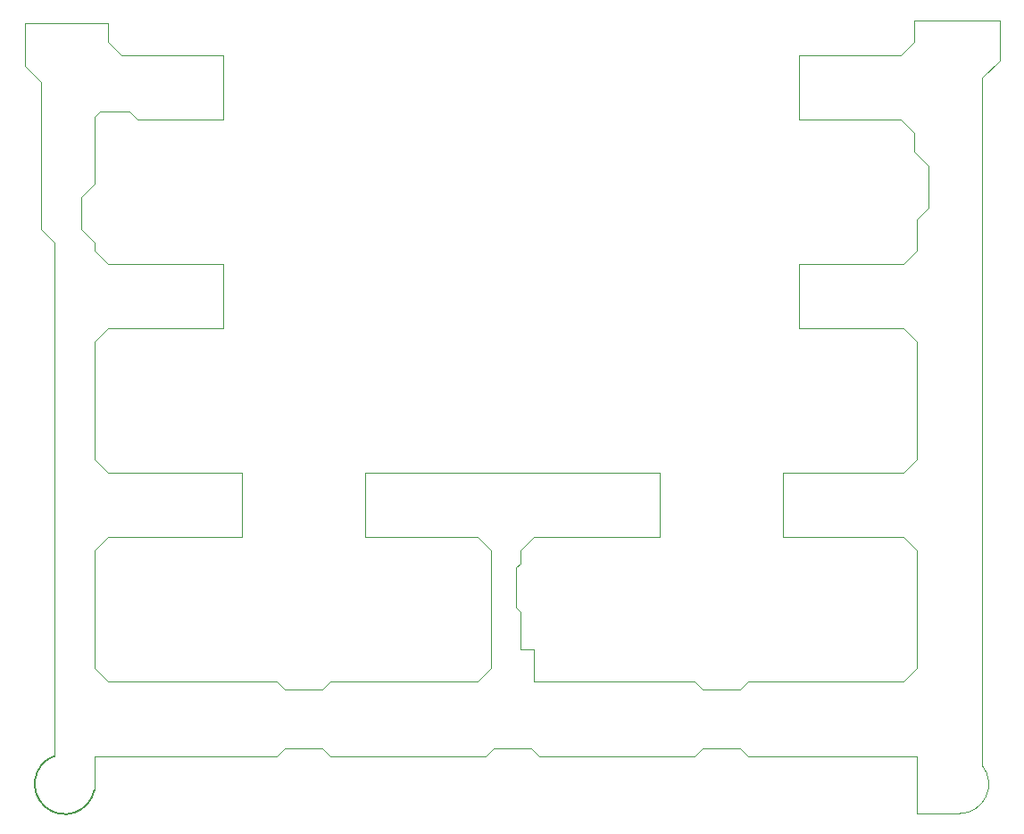
<source format=gbr>
G04 #@! TF.GenerationSoftware,KiCad,Pcbnew,(5.1.5)-3*
G04 #@! TF.CreationDate,2020-06-30T23:52:35-07:00*
G04 #@! TF.ProjectId,daughter,64617567-6874-4657-922e-6b696361645f,rev?*
G04 #@! TF.SameCoordinates,Original*
G04 #@! TF.FileFunction,Profile,NP*
%FSLAX46Y46*%
G04 Gerber Fmt 4.6, Leading zero omitted, Abs format (unit mm)*
G04 Created by KiCad (PCBNEW (5.1.5)-3) date 2020-06-30 23:52:35*
%MOMM*%
%LPD*%
G04 APERTURE LIST*
%ADD10C,0.050000*%
%ADD11C,0.120000*%
%ADD12C,0.150000*%
G04 APERTURE END LIST*
D10*
X143510000Y-186690000D02*
X159512000Y-186690000D01*
X139192000Y-185928000D02*
X138430000Y-186690000D01*
X142748000Y-185928000D02*
X139192000Y-185928000D01*
X143510000Y-186690000D02*
X142748000Y-185928000D01*
X74930000Y-121158000D02*
X74930000Y-117094000D01*
X76454000Y-122682000D02*
X74930000Y-121158000D01*
X76454000Y-136652000D02*
X76454000Y-122682000D01*
X77724000Y-137922000D02*
X76454000Y-136652000D01*
X77724000Y-137922000D02*
X77724001Y-186690001D01*
X81534000Y-186690000D02*
X81536221Y-189928213D01*
X98806000Y-186690000D02*
X81534000Y-186690000D01*
X99568000Y-185928000D02*
X98806000Y-186690000D01*
X103124000Y-185928000D02*
X99568000Y-185928000D01*
X103886000Y-186690000D02*
X103124000Y-185928000D01*
X118618000Y-186690000D02*
X103886000Y-186690000D01*
X119380000Y-185928000D02*
X118618000Y-186690000D01*
X122936000Y-185928000D02*
X119380000Y-185928000D01*
X123698000Y-186690000D02*
X122936000Y-185928000D01*
X138430000Y-186690000D02*
X123698000Y-186690000D01*
X159512000Y-192151000D02*
X159512000Y-186690000D01*
X159512000Y-192151000D02*
X163576000Y-192151000D01*
X165735000Y-122301000D02*
X165735000Y-187579000D01*
X167386000Y-120650000D02*
X165735000Y-122301000D01*
X167386000Y-116840000D02*
X167386000Y-120650000D01*
X159258000Y-116840000D02*
X167386000Y-116840000D01*
X159258000Y-118872000D02*
X159258000Y-116840000D01*
X157988000Y-120142000D02*
X159258000Y-118872000D01*
X148336000Y-120142000D02*
X157988000Y-120142000D01*
X148336000Y-126238000D02*
X148336000Y-120142000D01*
X157988000Y-126238000D02*
X148336000Y-126238000D01*
X159258000Y-127508000D02*
X157988000Y-126238000D01*
X159258000Y-129286000D02*
X159258000Y-127508000D01*
X160655000Y-130683000D02*
X159258000Y-129286000D01*
X160655000Y-134620000D02*
X160655000Y-130683000D01*
X159512000Y-135763000D02*
X160655000Y-134620000D01*
X159512000Y-138684000D02*
X159512000Y-135763000D01*
X158242000Y-139954000D02*
X159512000Y-138684000D01*
X148336000Y-139954000D02*
X158242000Y-139954000D01*
X148336000Y-146050000D02*
X148336000Y-139954000D01*
X158242000Y-146050000D02*
X148336000Y-146050000D01*
X159512000Y-147320000D02*
X158242000Y-146050000D01*
X159512000Y-158496000D02*
X159512000Y-147320000D01*
X158242000Y-159766000D02*
X159512000Y-158496000D01*
X146812000Y-159766000D02*
X158242000Y-159766000D01*
X146812000Y-165862000D02*
X146812000Y-159766000D01*
X158242000Y-165862000D02*
X146812000Y-165862000D01*
X159512000Y-167132000D02*
X158242000Y-165862000D01*
X159512000Y-178308000D02*
X159512000Y-167132000D01*
X158242000Y-179578000D02*
X159512000Y-178308000D01*
X143510000Y-179578000D02*
X158242000Y-179578000D01*
X142748000Y-180340000D02*
X143510000Y-179578000D01*
X139192000Y-180340000D02*
X142748000Y-180340000D01*
X138430000Y-179578000D02*
X139192000Y-180340000D01*
X123190000Y-179578000D02*
X138430000Y-179578000D01*
X123190000Y-176530000D02*
X123190000Y-179578000D01*
X121920000Y-176530000D02*
X123190000Y-176530000D01*
X121920000Y-172974000D02*
X121920000Y-176530000D01*
X121539000Y-172593000D02*
X121920000Y-172974000D01*
X121539000Y-168783000D02*
X121539000Y-172593000D01*
X121920000Y-168402000D02*
X121539000Y-168783000D01*
X121920000Y-167132000D02*
X121920000Y-168402000D01*
X123190000Y-165862000D02*
X121920000Y-167132000D01*
X135128000Y-165862000D02*
X123190000Y-165862000D01*
X135128000Y-159766000D02*
X135128000Y-165862000D01*
X107188000Y-159766000D02*
X135128000Y-159766000D01*
X107188000Y-165862000D02*
X107188000Y-159766000D01*
X117856000Y-165862000D02*
X107188000Y-165862000D01*
X119126000Y-167132000D02*
X117856000Y-165862000D01*
X119126000Y-178308000D02*
X119126000Y-167132000D01*
X117856000Y-179578000D02*
X119126000Y-178308000D01*
X103886000Y-179578000D02*
X117856000Y-179578000D01*
X103124000Y-180340000D02*
X103886000Y-179578000D01*
X99568000Y-180340000D02*
X103124000Y-180340000D01*
X98806000Y-179578000D02*
X99568000Y-180340000D01*
X82804000Y-179578000D02*
X98806000Y-179578000D01*
X81534000Y-178308000D02*
X82804000Y-179578000D01*
X81534000Y-167132000D02*
X81534000Y-178308000D01*
X82804000Y-165862000D02*
X81534000Y-167132000D01*
X95504000Y-165862000D02*
X82804000Y-165862000D01*
X95504000Y-159766000D02*
X95504000Y-165862000D01*
X82804000Y-159766000D02*
X95504000Y-159766000D01*
X81534000Y-158496000D02*
X82804000Y-159766000D01*
X81534000Y-147320000D02*
X81534000Y-158496000D01*
X82804000Y-146050000D02*
X81534000Y-147320000D01*
X93726000Y-146050000D02*
X82804000Y-146050000D01*
X93726000Y-139954000D02*
X93726000Y-146050000D01*
X82804000Y-139954000D02*
X93726000Y-139954000D01*
X81534000Y-138684000D02*
X82804000Y-139954000D01*
X81534000Y-137922000D02*
X81534000Y-138684000D01*
X80264000Y-136652000D02*
X81534000Y-137922000D01*
X80264000Y-133604000D02*
X80264000Y-136652000D01*
X81534000Y-132334000D02*
X80264000Y-133604000D01*
X81534000Y-125984000D02*
X81534000Y-132334000D01*
X82042000Y-125476000D02*
X81534000Y-125984000D01*
X84836000Y-125476000D02*
X82042000Y-125476000D01*
X85598000Y-126238000D02*
X84836000Y-125476000D01*
X93726000Y-126238000D02*
X85598000Y-126238000D01*
X93726000Y-120142000D02*
X93726000Y-126238000D01*
X84074000Y-120142000D02*
X93726000Y-120142000D01*
X82804000Y-118872000D02*
X84074000Y-120142000D01*
X82804000Y-117094000D02*
X82804000Y-118872000D01*
X74930000Y-117094000D02*
X82804000Y-117094000D01*
D11*
X165731919Y-187579797D02*
G75*
G02X163576000Y-192151000I-2155919J-1777203D01*
G01*
D12*
X81536221Y-189928213D02*
G75*
G02X77724001Y-186690001I-2796221J571213D01*
G01*
M02*

</source>
